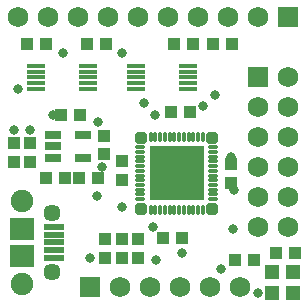
<source format=gts>
G04*
G04 #@! TF.GenerationSoftware,Altium Limited,Altium Designer,20.1.10 (176)*
G04*
G04 Layer_Color=8388736*
%FSLAX25Y25*%
%MOIN*%
G70*
G04*
G04 #@! TF.SameCoordinates,6E20D0A3-D42C-41D8-968C-EC961EFE1350*
G04*
G04*
G04 #@! TF.FilePolarity,Negative*
G04*
G01*
G75*
%ADD30R,0.04800X0.04800*%
%ADD31R,0.03950X0.04343*%
%ADD32R,0.06535X0.02205*%
%ADD33R,0.08110X0.07717*%
G04:AMPARAMS|DCode=34|XSize=39.37mil|YSize=39.37mil|CornerRadius=10.83mil|HoleSize=0mil|Usage=FLASHONLY|Rotation=90.000|XOffset=0mil|YOffset=0mil|HoleType=Round|Shape=RoundedRectangle|*
%AMROUNDEDRECTD34*
21,1,0.03937,0.01772,0,0,90.0*
21,1,0.01772,0.03937,0,0,90.0*
1,1,0.02165,0.00886,0.00886*
1,1,0.02165,0.00886,-0.00886*
1,1,0.02165,-0.00886,-0.00886*
1,1,0.02165,-0.00886,0.00886*
%
%ADD34ROUNDEDRECTD34*%
%ADD35O,0.03543X0.01181*%
%ADD36O,0.01181X0.03543*%
%ADD37R,0.18317X0.18317*%
%ADD38O,0.06063X0.01535*%
%ADD39R,0.04343X0.03950*%
%ADD40R,0.05800X0.02800*%
%ADD41C,0.06800*%
%ADD42R,0.06800X0.06800*%
%ADD43C,0.07493*%
%ADD44C,0.05721*%
%ADD45R,0.06800X0.06800*%
%ADD46C,0.03300*%
D30*
X89500Y3000D02*
D03*
Y10000D02*
D03*
X96500Y3000D02*
D03*
Y10000D02*
D03*
D31*
X97150Y16500D02*
D03*
X90850D02*
D03*
X83500Y14000D02*
D03*
X77201D02*
D03*
X69850Y86000D02*
D03*
X76150D02*
D03*
X14150D02*
D03*
X7850D02*
D03*
X55850Y63500D02*
D03*
X62150D02*
D03*
X59650Y21500D02*
D03*
X53350D02*
D03*
X34150Y86000D02*
D03*
X27850D02*
D03*
X25650Y62500D02*
D03*
X19350D02*
D03*
X20650Y41500D02*
D03*
X14350D02*
D03*
X31650D02*
D03*
X25350D02*
D03*
X63150Y86000D02*
D03*
X56850D02*
D03*
D32*
X17035Y25118D02*
D03*
Y22559D02*
D03*
Y20000D02*
D03*
Y17441D02*
D03*
Y14882D02*
D03*
D33*
X6209Y15472D02*
D03*
Y24528D02*
D03*
D34*
X45984Y54898D02*
D03*
Y31276D02*
D03*
X69606D02*
D03*
Y54898D02*
D03*
D35*
X45591Y51748D02*
D03*
Y50173D02*
D03*
Y48598D02*
D03*
Y47024D02*
D03*
Y45449D02*
D03*
Y43874D02*
D03*
Y42299D02*
D03*
Y40724D02*
D03*
Y39150D02*
D03*
Y37575D02*
D03*
Y36000D02*
D03*
Y34425D02*
D03*
X70000D02*
D03*
Y36000D02*
D03*
Y37575D02*
D03*
Y39150D02*
D03*
Y40724D02*
D03*
Y42299D02*
D03*
Y43874D02*
D03*
Y45449D02*
D03*
Y47024D02*
D03*
Y48598D02*
D03*
Y50173D02*
D03*
Y51748D02*
D03*
D36*
X49134Y30882D02*
D03*
X50709D02*
D03*
X52284D02*
D03*
X53858D02*
D03*
X55433D02*
D03*
X57008D02*
D03*
X58583D02*
D03*
X60158D02*
D03*
X61732D02*
D03*
X63307D02*
D03*
X64882D02*
D03*
X66457D02*
D03*
Y55291D02*
D03*
X64882D02*
D03*
X63307D02*
D03*
X61732D02*
D03*
X60158D02*
D03*
X58583D02*
D03*
X57008D02*
D03*
X55433D02*
D03*
X53858D02*
D03*
X52284D02*
D03*
X50709D02*
D03*
X49134D02*
D03*
D37*
X57795Y43087D02*
D03*
D38*
X44339Y78937D02*
D03*
Y76968D02*
D03*
Y75000D02*
D03*
Y73032D02*
D03*
Y71063D02*
D03*
X61661Y78937D02*
D03*
Y76968D02*
D03*
Y75000D02*
D03*
Y73032D02*
D03*
Y71063D02*
D03*
X10839Y78937D02*
D03*
Y76968D02*
D03*
Y75000D02*
D03*
Y73032D02*
D03*
Y71063D02*
D03*
X28161Y78937D02*
D03*
Y76968D02*
D03*
Y75000D02*
D03*
Y73032D02*
D03*
Y71063D02*
D03*
D39*
X39500Y21150D02*
D03*
Y14850D02*
D03*
X45000Y21150D02*
D03*
Y14850D02*
D03*
X34000D02*
D03*
Y21150D02*
D03*
X3500Y46850D02*
D03*
Y53150D02*
D03*
X9000Y46850D02*
D03*
Y53150D02*
D03*
X39500Y40850D02*
D03*
Y47150D02*
D03*
X33500Y55650D02*
D03*
Y49350D02*
D03*
X76000Y39850D02*
D03*
Y46150D02*
D03*
D40*
X26500Y55750D02*
D03*
Y48250D02*
D03*
X16500D02*
D03*
Y52000D02*
D03*
Y55750D02*
D03*
D41*
X85000Y25000D02*
D03*
X95000D02*
D03*
X85000Y35000D02*
D03*
Y45000D02*
D03*
Y65000D02*
D03*
Y55000D02*
D03*
X95000D02*
D03*
Y65000D02*
D03*
Y75000D02*
D03*
Y45000D02*
D03*
Y35000D02*
D03*
X5000Y95000D02*
D03*
X15000D02*
D03*
X25000D02*
D03*
X35000D02*
D03*
X45000D02*
D03*
X55000D02*
D03*
X65000D02*
D03*
X85000D02*
D03*
X75000D02*
D03*
X49000Y5000D02*
D03*
X39000D02*
D03*
X59000D02*
D03*
X69000D02*
D03*
X79000D02*
D03*
D42*
X85000Y75000D02*
D03*
D43*
X6209Y6221D02*
D03*
Y33779D02*
D03*
D44*
X16248Y29842D02*
D03*
Y10158D02*
D03*
D45*
X95000Y95000D02*
D03*
X29000Y5000D02*
D03*
D46*
X85000Y3000D02*
D03*
X76500Y24500D02*
D03*
X66500Y65500D02*
D03*
X16500Y62500D02*
D03*
X77000Y37500D02*
D03*
X70500Y69000D02*
D03*
X39500Y31825D02*
D03*
Y83000D02*
D03*
X59650Y16650D02*
D03*
X49850Y25000D02*
D03*
X4937Y71063D02*
D03*
X47000Y66500D02*
D03*
X20000Y83000D02*
D03*
X31500Y60000D02*
D03*
X76000Y48500D02*
D03*
X31154Y35500D02*
D03*
X9000Y57500D02*
D03*
X3500D02*
D03*
X50500Y62500D02*
D03*
X28850Y14850D02*
D03*
X51000Y14000D02*
D03*
X72500Y11000D02*
D03*
X32724Y45276D02*
D03*
M02*

</source>
